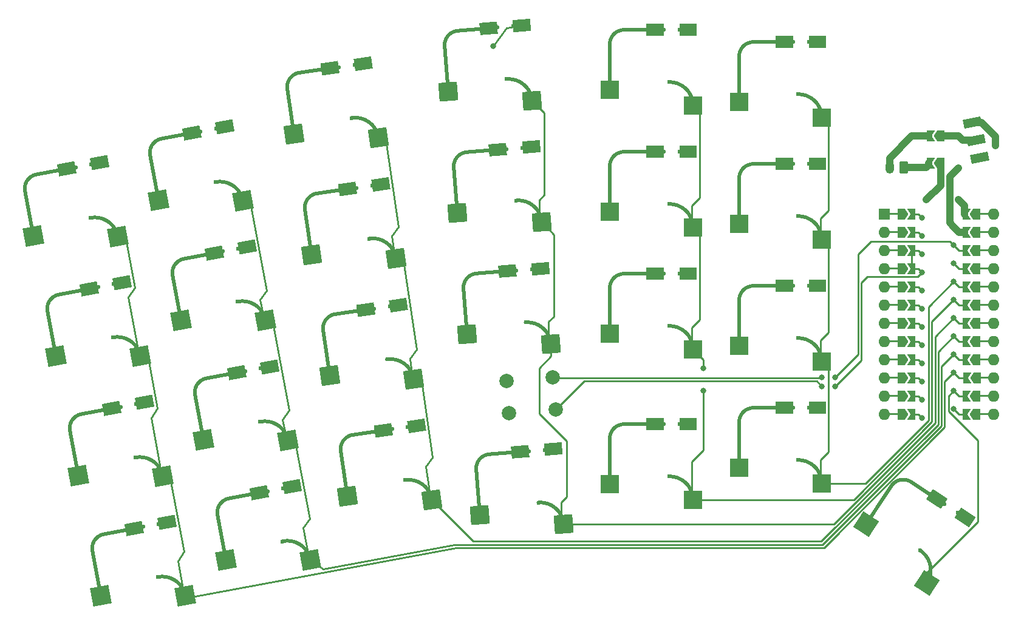
<source format=gbr>
%TF.GenerationSoftware,KiCad,Pcbnew,(6.0.5)*%
%TF.CreationDate,2023-05-21T00:40:20-05:00*%
%TF.ProjectId,pcb,7063622e-6b69-4636-9164-5f7063625858,rev?*%
%TF.SameCoordinates,Original*%
%TF.FileFunction,Copper,L2,Bot*%
%TF.FilePolarity,Positive*%
%FSLAX46Y46*%
G04 Gerber Fmt 4.6, Leading zero omitted, Abs format (unit mm)*
G04 Created by KiCad (PCBNEW (6.0.5)) date 2023-05-21 00:40:20*
%MOMM*%
%LPD*%
G01*
G04 APERTURE LIST*
G04 Aperture macros list*
%AMRoundRect*
0 Rectangle with rounded corners*
0 $1 Rounding radius*
0 $2 $3 $4 $5 $6 $7 $8 $9 X,Y pos of 4 corners*
0 Add a 4 corners polygon primitive as box body*
4,1,4,$2,$3,$4,$5,$6,$7,$8,$9,$2,$3,0*
0 Add four circle primitives for the rounded corners*
1,1,$1+$1,$2,$3*
1,1,$1+$1,$4,$5*
1,1,$1+$1,$6,$7*
1,1,$1+$1,$8,$9*
0 Add four rect primitives between the rounded corners*
20,1,$1+$1,$2,$3,$4,$5,0*
20,1,$1+$1,$4,$5,$6,$7,0*
20,1,$1+$1,$6,$7,$8,$9,0*
20,1,$1+$1,$8,$9,$2,$3,0*%
%AMRotRect*
0 Rectangle, with rotation*
0 The origin of the aperture is its center*
0 $1 length*
0 $2 width*
0 $3 Rotation angle, in degrees counterclockwise*
0 Add horizontal line*
21,1,$1,$2,0,0,$3*%
%AMFreePoly0*
4,1,41,7.525000,7.514000,5.069000,7.514000,5.069000,8.108000,1.999998,8.108000,1.983525,8.111277,1.751167,8.094658,1.507402,8.041630,1.273664,7.954450,1.054713,7.834894,0.855004,7.685394,0.678605,7.508994,0.529105,7.309286,0.409549,7.090334,0.322369,6.856597,0.269342,6.612831,0.252723,6.380474,0.256000,6.364000,0.256000,1.300000,1.300000,1.300000,1.300000,-1.300000,
-1.300000,-1.300000,-1.300000,1.300000,-0.256000,1.300000,-0.256000,6.364000,-0.239551,6.635931,-0.190445,6.903896,-0.109397,7.163988,0.002411,7.412415,0.143348,7.645554,0.311359,7.860004,0.503994,8.052640,0.718445,8.220651,0.951583,8.361588,1.200010,8.473396,1.460102,8.554444,1.728067,8.603551,1.999998,8.620000,5.069000,8.620000,5.069000,9.214000,7.525000,9.214000,
7.525000,7.514000,7.525000,7.514000,$1*%
%AMFreePoly1*
4,1,39,-2.928902,3.513997,-2.586136,3.463153,-2.250005,3.378957,-1.923745,3.262219,-1.610499,3.114065,-1.313282,2.935920,-1.034958,2.729501,-0.778206,2.496795,-0.545501,2.240044,-0.339081,1.961720,-0.160936,1.664503,-0.012782,1.351257,0.005558,1.300000,1.300000,1.300000,1.300000,-1.300000,-1.300000,-1.300000,-1.300000,1.300000,-0.549080,1.300000,-0.656882,1.511573,-0.829226,1.776960,
-1.028367,2.022879,-1.252123,2.246634,-1.498041,2.445775,-1.763429,2.618119,-2.045377,2.761779,-2.340798,2.875180,-2.646453,2.957080,-2.958996,3.006582,-3.258515,3.022279,-3.275000,3.019000,-3.372967,3.038487,-3.456019,3.093981,-3.511513,3.177033,-3.531000,3.275000,-3.511513,3.372967,-3.456019,3.456019,-3.372967,3.511513,-3.275000,3.531000,-2.928902,3.513997,-2.928902,3.513997,
$1*%
%AMFreePoly2*
4,1,15,1.000000,0.000000,0.500000,-0.750000,-0.500000,-0.750000,-0.500000,-0.127000,-2.540000,-0.127000,-2.576070,-0.121770,-2.636138,-0.082984,-2.665733,-0.017894,-2.655473,0.052868,-2.608611,0.106872,-2.540000,0.127000,-0.500000,0.127000,-0.500000,0.750000,0.500000,0.750000,1.000000,0.000000,1.000000,0.000000,$1*%
%AMFreePoly3*
4,1,6,0.500000,-0.750000,-0.650000,-0.750000,-0.150000,0.000000,-0.650000,0.750000,0.500000,0.750000,0.500000,-0.750000,0.500000,-0.750000,$1*%
%AMFreePoly4*
4,1,6,1.000000,0.000000,0.500000,-0.750000,-0.500000,-0.750000,-0.500000,0.750000,0.500000,0.750000,1.000000,0.000000,1.000000,0.000000,$1*%
G04 Aperture macros list end*
%TA.AperFunction,SMDPad,CuDef*%
%ADD10FreePoly0,0.000000*%
%TD*%
%TA.AperFunction,ComponentPad*%
%ADD11C,0.600000*%
%TD*%
%TA.AperFunction,SMDPad,CuDef*%
%ADD12FreePoly1,0.000000*%
%TD*%
%TA.AperFunction,SMDPad,CuDef*%
%ADD13R,2.456000X1.700000*%
%TD*%
%TA.AperFunction,SMDPad,CuDef*%
%ADD14FreePoly0,326.600000*%
%TD*%
%TA.AperFunction,SMDPad,CuDef*%
%ADD15FreePoly1,326.600000*%
%TD*%
%TA.AperFunction,SMDPad,CuDef*%
%ADD16RotRect,2.456000X1.700000X146.600000*%
%TD*%
%TA.AperFunction,ComponentPad*%
%ADD17O,1.600000X1.600000*%
%TD*%
%TA.AperFunction,SMDPad,CuDef*%
%ADD18FreePoly2,180.000000*%
%TD*%
%TA.AperFunction,SMDPad,CuDef*%
%ADD19FreePoly2,0.000000*%
%TD*%
%TA.AperFunction,ComponentPad*%
%ADD20R,1.600000X1.600000*%
%TD*%
%TA.AperFunction,SMDPad,CuDef*%
%ADD21FreePoly3,0.000000*%
%TD*%
%TA.AperFunction,SMDPad,CuDef*%
%ADD22FreePoly3,180.000000*%
%TD*%
%TA.AperFunction,SMDPad,CuDef*%
%ADD23RotRect,1.250000X2.500000X101.200000*%
%TD*%
%TA.AperFunction,SMDPad,CuDef*%
%ADD24FreePoly0,10.600000*%
%TD*%
%TA.AperFunction,SMDPad,CuDef*%
%ADD25FreePoly1,10.600000*%
%TD*%
%TA.AperFunction,SMDPad,CuDef*%
%ADD26RotRect,2.456000X1.700000X190.600000*%
%TD*%
%TA.AperFunction,SMDPad,CuDef*%
%ADD27FreePoly0,4.470000*%
%TD*%
%TA.AperFunction,SMDPad,CuDef*%
%ADD28FreePoly1,4.470000*%
%TD*%
%TA.AperFunction,SMDPad,CuDef*%
%ADD29RotRect,2.456000X1.700000X184.470000*%
%TD*%
%TA.AperFunction,SMDPad,CuDef*%
%ADD30FreePoly0,8.360000*%
%TD*%
%TA.AperFunction,SMDPad,CuDef*%
%ADD31FreePoly1,8.360000*%
%TD*%
%TA.AperFunction,SMDPad,CuDef*%
%ADD32RotRect,2.456000X1.700000X188.360000*%
%TD*%
%TA.AperFunction,ComponentPad*%
%ADD33RoundRect,0.250000X0.350000X0.625000X-0.350000X0.625000X-0.350000X-0.625000X0.350000X-0.625000X0*%
%TD*%
%TA.AperFunction,ComponentPad*%
%ADD34O,1.200000X1.750000*%
%TD*%
%TA.AperFunction,SMDPad,CuDef*%
%ADD35FreePoly4,180.000000*%
%TD*%
%TA.AperFunction,ComponentPad*%
%ADD36C,2.000000*%
%TD*%
%TA.AperFunction,ViaPad*%
%ADD37C,0.800000*%
%TD*%
%TA.AperFunction,Conductor*%
%ADD38C,1.000000*%
%TD*%
%TA.AperFunction,Conductor*%
%ADD39C,0.250000*%
%TD*%
G04 APERTURE END LIST*
D10*
%TO.P,K40,*%
%TO.N,*%
X142545053Y-113350642D03*
D11*
X150070053Y-104986642D03*
D12*
%TO.P,K40,1,A*%
%TO.N,Col4*%
X154095053Y-115550642D03*
D11*
X150820053Y-112275642D03*
%TO.P,K40,2,B*%
%TO.N,Row0*%
X152270053Y-104986642D03*
D13*
X153498053Y-104986642D03*
%TD*%
D10*
%TO.P,K50,*%
%TO.N,*%
X160545061Y-111061091D03*
D11*
X168070061Y-102697091D03*
%TO.P,K50,1,A*%
%TO.N,Col5*%
X168820061Y-109986091D03*
D12*
X172095061Y-113261091D03*
D13*
%TO.P,K50,2,B*%
%TO.N,Row0*%
X171498061Y-102697091D03*
D11*
X170270061Y-102697091D03*
%TD*%
D14*
%TO.P,K60,*%
%TO.N,*%
X178299813Y-118954277D03*
D11*
X189186264Y-116113977D03*
D15*
%TO.P,K60,1,A*%
%TO.N,Col6*%
X186731248Y-127148995D03*
D11*
X185799946Y-122612044D03*
D16*
%TO.P,K60,2,B*%
%TO.N,Row0*%
X192048123Y-118001025D03*
D11*
X191022930Y-117325035D03*
%TD*%
D17*
%TO.P,U1,*%
%TO.N,*%
X180823676Y-96005284D03*
X196063676Y-101085284D03*
D18*
X193703676Y-88385284D03*
X193703676Y-103625284D03*
X193703676Y-101085284D03*
X193703676Y-83305284D03*
D17*
X180823676Y-93465284D03*
D18*
X193703676Y-93465284D03*
D19*
X183183676Y-101085284D03*
X183183676Y-80765284D03*
D17*
X196063676Y-83305284D03*
D19*
X183183676Y-98545284D03*
X183183676Y-83305284D03*
X183183676Y-90925284D03*
D17*
X196063676Y-98545284D03*
D18*
X193703676Y-75685284D03*
D17*
X180823676Y-101085284D03*
X180823676Y-85845284D03*
D18*
X193703676Y-96005284D03*
D17*
X180823676Y-78225284D03*
X196063676Y-90925284D03*
X180823676Y-103625284D03*
D18*
X193778676Y-98545284D03*
X193693351Y-85832943D03*
D17*
X196063676Y-78225284D03*
D20*
X180823676Y-75685284D03*
D17*
X196063676Y-103625284D03*
X196063676Y-80765284D03*
D18*
X193703676Y-80765284D03*
D19*
X183183676Y-85845284D03*
D17*
X180823676Y-80765284D03*
X196063676Y-96005284D03*
D19*
X183183676Y-78225284D03*
X183183676Y-93465284D03*
D18*
X193703676Y-90925284D03*
D17*
X180823676Y-98545284D03*
D19*
X183183676Y-75685284D03*
D17*
X196063676Y-85845284D03*
X196063676Y-93465284D03*
X180823676Y-83305284D03*
X180823676Y-88385284D03*
X180823676Y-90925284D03*
D19*
X183183676Y-96005284D03*
D18*
X193703676Y-78225284D03*
D17*
X196063676Y-88385284D03*
X196063676Y-75685284D03*
D19*
X183183676Y-88385284D03*
X183183676Y-103625284D03*
D21*
%TO.P,U1,1,TX0/P0.06*%
%TO.N,unconnected-(U1-Pad1)*%
X184633676Y-75685284D03*
%TO.P,U1,2,RX1/P0.08*%
%TO.N,unconnected-(U1-Pad2)*%
X184633676Y-78225284D03*
%TO.P,U1,3,GND*%
%TO.N,GND*%
X184633676Y-80765284D03*
%TO.P,U1,4,GND*%
X184633676Y-83305284D03*
%TO.P,U1,5,P0.17*%
%TO.N,unconnected-(U1-Pad5)*%
X184633676Y-85845284D03*
%TO.P,U1,6,P0.20*%
%TO.N,unconnected-(U1-Pad6)*%
X184633676Y-88385284D03*
%TO.P,U1,7,P0.22*%
%TO.N,unconnected-(U1-Pad7)*%
X184633676Y-90925284D03*
%TO.P,U1,8,P0.24*%
%TO.N,unconnected-(U1-Pad8)*%
X184633676Y-93465284D03*
%TO.P,U1,9,P1.00*%
%TO.N,Row3*%
X184633676Y-96005284D03*
%TO.P,U1,10,P0.11*%
%TO.N,Row2*%
X184633676Y-98545284D03*
%TO.P,U1,11,P1.04*%
%TO.N,Row1*%
X184633676Y-101085284D03*
%TO.P,U1,12,P1.06*%
%TO.N,Row0*%
X184633676Y-103625284D03*
D22*
%TO.P,U1,13,NFC1/P0.09*%
%TO.N,unconnected-(U1-Pad13)*%
X192253676Y-103625284D03*
%TO.P,U1,14,NFC2/P0.10*%
%TO.N,Col6*%
X192253676Y-101085284D03*
%TO.P,U1,15,P1.11*%
%TO.N,Col0*%
X192328676Y-98545284D03*
%TO.P,U1,16,P1.13*%
%TO.N,Col1*%
X192253676Y-96005284D03*
%TO.P,U1,17,P1.15*%
%TO.N,Col2*%
X192253676Y-93465284D03*
%TO.P,U1,18,AIN0/P0.02*%
%TO.N,Col3*%
X192253676Y-90925284D03*
%TO.P,U1,19,AIN5/P0.29*%
%TO.N,Col4*%
X192253676Y-88385284D03*
%TO.P,U1,20,AIN7/P0.31*%
%TO.N,Col5*%
X192243351Y-85832943D03*
%TO.P,U1,21,VCC*%
%TO.N,unconnected-(U1-Pad21)*%
X192253676Y-83305284D03*
%TO.P,U1,22,RST*%
%TO.N,Net-(U1-Pad22)*%
X192253676Y-80765284D03*
%TO.P,U1,23,GND*%
%TO.N,GND*%
X192253676Y-78225284D03*
%TO.P,U1,24,BATIN/P0.04*%
%TO.N,Net-(U1-Pad24)*%
X192253676Y-75685284D03*
%TD*%
D23*
%TO.P,SW2,1,A*%
%TO.N,GND*%
X193104419Y-62912810D03*
%TO.P,SW2,2,B*%
%TO.N,Net-(SW2-Pad2)*%
X193590005Y-65365197D03*
%TO.P,SW2,3,C*%
%TO.N,unconnected-(SW2-Pad3)*%
X194075591Y-67817585D03*
%TD*%
D11*
%TO.P,K03,*%
%TO.N,*%
X68088459Y-69133950D03*
D24*
X62230440Y-78739455D03*
D11*
%TO.P,K03,1,A*%
%TO.N,Col0*%
X70166482Y-76160602D03*
D25*
X73988036Y-78777275D03*
D26*
%TO.P,K03,2,B*%
%TO.N,Row3*%
X71457961Y-68503365D03*
D11*
X70250917Y-68729257D03*
%TD*%
%TO.P,K31,*%
%TO.N,*%
X129502458Y-83561723D03*
D27*
X122652212Y-92486759D03*
D28*
%TO.P,K31,1,A*%
%TO.N,Col3*%
X134338542Y-93779894D03*
D11*
X130818260Y-90770099D03*
D29*
%TO.P,K31,2,B*%
%TO.N,Row1*%
X132920030Y-83294555D03*
D11*
X131695766Y-83390262D03*
%TD*%
%TO.P,K02,*%
%TO.N,*%
X71219310Y-85863508D03*
D24*
X65361291Y-95469013D03*
D25*
%TO.P,K02,1,A*%
%TO.N,Col0*%
X77118887Y-95506833D03*
D11*
X73297333Y-92890160D03*
D26*
%TO.P,K02,2,B*%
%TO.N,Row2*%
X74588812Y-85232923D03*
D11*
X73381768Y-85458815D03*
%TD*%
%TO.P,K43,*%
%TO.N,*%
X150070052Y-49926641D03*
D10*
X142545052Y-58290641D03*
D11*
%TO.P,K43,1,A*%
%TO.N,Col4*%
X150820052Y-57215641D03*
D12*
X154095052Y-60490641D03*
D13*
%TO.P,K43,2,B*%
%TO.N,Row3*%
X153498052Y-49926641D03*
D11*
X152270052Y-49926641D03*
%TD*%
%TO.P,K21,*%
%TO.N,*%
X109709804Y-88856641D03*
D30*
X103480826Y-98225843D03*
D31*
%TO.P,K21,1,A*%
%TO.N,Col2*%
X115227960Y-98723185D03*
D11*
X111511600Y-95959145D03*
D32*
%TO.P,K21,2,B*%
%TO.N,Row1*%
X113101378Y-88358236D03*
D11*
X111886427Y-88536778D03*
%TD*%
D10*
%TO.P,K53,*%
%TO.N,*%
X160545060Y-60001090D03*
D11*
X168070060Y-51637090D03*
D12*
%TO.P,K53,1,A*%
%TO.N,Col5*%
X172095060Y-62201090D03*
D11*
X168820060Y-58926090D03*
D13*
%TO.P,K53,2,B*%
%TO.N,Row3*%
X171498060Y-51637090D03*
D11*
X170270060Y-51637090D03*
%TD*%
%TO.P,K22,*%
%TO.N,*%
X107235225Y-72017495D03*
D30*
X101006247Y-81386697D03*
D11*
%TO.P,K22,1,A*%
%TO.N,Col2*%
X109037021Y-79119999D03*
D31*
X112753381Y-81884039D03*
D32*
%TO.P,K22,2,B*%
%TO.N,Row2*%
X110626799Y-71519090D03*
D11*
X109411848Y-71697632D03*
%TD*%
D24*
%TO.P,K01,*%
%TO.N,*%
X68492143Y-112198573D03*
D11*
X74350162Y-102593068D03*
%TO.P,K01,1,A*%
%TO.N,Col0*%
X76428185Y-109619720D03*
D25*
X80249739Y-112236393D03*
D11*
%TO.P,K01,2,B*%
%TO.N,Row1*%
X76512620Y-102188375D03*
D26*
X77719664Y-101962483D03*
%TD*%
D10*
%TO.P,K42,*%
%TO.N,*%
X142545052Y-75310642D03*
D11*
X150070052Y-66946642D03*
D12*
%TO.P,K42,1,A*%
%TO.N,Col4*%
X154095052Y-77510642D03*
D11*
X150820052Y-74235642D03*
%TO.P,K42,2,B*%
%TO.N,Row2*%
X152270052Y-66946642D03*
D13*
X153498052Y-66946642D03*
%TD*%
D24*
%TO.P,K12,*%
%TO.N,*%
X82741411Y-90486899D03*
D11*
X88599430Y-80881394D03*
D25*
%TO.P,K12,1,A*%
%TO.N,Col1*%
X94499007Y-90524719D03*
D11*
X90677453Y-87908046D03*
%TO.P,K12,2,B*%
%TO.N,Row2*%
X90761888Y-80476701D03*
D26*
X91968932Y-80250809D03*
%TD*%
D33*
%TO.P,J1,1,Pin_1*%
%TO.N,Net-(J1-Pad1)*%
X183547633Y-69186054D03*
D34*
%TO.P,J1,2,Pin_2*%
%TO.N,Net-(J1-Pad2)*%
X181547633Y-69186054D03*
%TD*%
D11*
%TO.P,K41,*%
%TO.N,*%
X150070053Y-83966642D03*
D10*
X142545053Y-92330642D03*
D12*
%TO.P,K41,1,A*%
%TO.N,Col4*%
X154095053Y-94530642D03*
D11*
X150820053Y-91255642D03*
D13*
%TO.P,K41,2,B*%
%TO.N,Row1*%
X153498053Y-83966642D03*
D11*
X152270053Y-83966642D03*
%TD*%
D24*
%TO.P,K11,*%
%TO.N,*%
X85872263Y-107216460D03*
D11*
X91730282Y-97610955D03*
D25*
%TO.P,K11,1,A*%
%TO.N,Col1*%
X97629859Y-107254280D03*
D11*
X93808305Y-104637607D03*
%TO.P,K11,2,B*%
%TO.N,Row1*%
X93892740Y-97206262D03*
D26*
X95099784Y-96980370D03*
%TD*%
D11*
%TO.P,K51,*%
%TO.N,*%
X168070061Y-85677091D03*
D10*
X160545061Y-94041091D03*
D11*
%TO.P,K51,1,A*%
%TO.N,Col5*%
X168820061Y-92966091D03*
D12*
X172095061Y-96241091D03*
D13*
%TO.P,K51,2,B*%
%TO.N,Row1*%
X171498061Y-85677091D03*
D11*
X170270061Y-85677091D03*
%TD*%
D27*
%TO.P,K33,*%
%TO.N,*%
X119999232Y-58550300D03*
D11*
X126849478Y-49625264D03*
%TO.P,K33,1,A*%
%TO.N,Col3*%
X128165280Y-56833640D03*
D28*
X131685562Y-59843435D03*
D29*
%TO.P,K33,2,B*%
%TO.N,Row3*%
X130267050Y-49358096D03*
D11*
X129042786Y-49453803D03*
%TD*%
%TO.P,K00,*%
%TO.N,*%
X77481013Y-119322627D03*
D24*
X71622994Y-128928132D03*
D11*
%TO.P,K00,1,A*%
%TO.N,Col0*%
X79559036Y-126349279D03*
D25*
X83380590Y-128965952D03*
D26*
%TO.P,K00,2,B*%
%TO.N,Row0*%
X80850515Y-118692042D03*
D11*
X79643471Y-118917934D03*
%TD*%
D30*
%TO.P,K20,*%
%TO.N,*%
X105955404Y-115064991D03*
D11*
X112184382Y-105695789D03*
D31*
%TO.P,K20,1,A*%
%TO.N,Col2*%
X117702538Y-115562333D03*
D11*
X113986178Y-112798293D03*
D32*
%TO.P,K20,2,B*%
%TO.N,Row0*%
X115575956Y-105197384D03*
D11*
X114361005Y-105375926D03*
%TD*%
%TO.P,K32,*%
%TO.N,*%
X128175968Y-66593493D03*
D27*
X121325722Y-75518529D03*
D11*
%TO.P,K32,1,A*%
%TO.N,Col3*%
X129491770Y-73801869D03*
D28*
X133012052Y-76811664D03*
D29*
%TO.P,K32,2,B*%
%TO.N,Row2*%
X131593540Y-66326325D03*
D11*
X130369276Y-66422032D03*
%TD*%
%TO.P,K13,*%
%TO.N,*%
X85468577Y-64151834D03*
D24*
X79610558Y-73757339D03*
D11*
%TO.P,K13,1,A*%
%TO.N,Col1*%
X87546600Y-71178486D03*
D25*
X91368154Y-73795159D03*
D26*
%TO.P,K13,2,B*%
%TO.N,Row3*%
X88838079Y-63521249D03*
D11*
X87631035Y-63747141D03*
%TD*%
%TO.P,K23,*%
%TO.N,*%
X104760648Y-55178349D03*
D30*
X98531670Y-64547551D03*
D11*
%TO.P,K23,1,A*%
%TO.N,Col2*%
X106562444Y-62280853D03*
D31*
X110278804Y-65044893D03*
D32*
%TO.P,K23,2,B*%
%TO.N,Row3*%
X108152222Y-54679944D03*
D11*
X106937271Y-54858486D03*
%TD*%
D27*
%TO.P,K30,*%
%TO.N,*%
X124428679Y-117679980D03*
D11*
X131278925Y-108754944D03*
%TO.P,K30,1,A*%
%TO.N,Col3*%
X132594727Y-115963320D03*
D28*
X136115009Y-118973115D03*
D29*
%TO.P,K30,2,B*%
%TO.N,Row0*%
X134696497Y-108487776D03*
D11*
X133472233Y-108583483D03*
%TD*%
%TO.P,K10,*%
%TO.N,*%
X94861133Y-114340512D03*
D24*
X89003114Y-123946017D03*
D11*
%TO.P,K10,1,A*%
%TO.N,Col1*%
X96939156Y-121367164D03*
D25*
X100760710Y-123983837D03*
D11*
%TO.P,K10,2,B*%
%TO.N,Row0*%
X97023591Y-113935819D03*
D26*
X98230635Y-113709927D03*
%TD*%
D11*
%TO.P,K52,*%
%TO.N,*%
X168070061Y-68657090D03*
D10*
X160545061Y-77021090D03*
D12*
%TO.P,K52,1,A*%
%TO.N,Col5*%
X172095061Y-79221090D03*
D11*
X168820061Y-75946090D03*
D13*
%TO.P,K52,2,B*%
%TO.N,Row2*%
X171498061Y-68657090D03*
D11*
X170270061Y-68657090D03*
%TD*%
D35*
%TO.P,JP3,1,A*%
%TO.N,Net-(SW2-Pad2)*%
X188685000Y-64770000D03*
D22*
%TO.P,JP3,2,B*%
%TO.N,Net-(J1-Pad2)*%
X187235000Y-64770000D03*
%TD*%
D35*
%TO.P,JP2,1,A*%
%TO.N,Net-(U1-Pad24)*%
X188685000Y-68580000D03*
D22*
%TO.P,JP2,2,B*%
%TO.N,Net-(J1-Pad1)*%
X187235000Y-68580000D03*
%TD*%
D36*
%TO.P,SW1,1,1*%
%TO.N,Net-(U1-Pad22)*%
X134620000Y-98425000D03*
X128139771Y-98931591D03*
%TO.P,SW1,2,2*%
%TO.N,GND*%
X128490488Y-103417903D03*
X134970717Y-102911312D03*
%TD*%
D37*
%TO.N,GND*%
X186055000Y-81280000D03*
X173990000Y-99695000D03*
X190500000Y-77470000D03*
X172085000Y-99695000D03*
X191135000Y-69215000D03*
X196287633Y-66101053D03*
X186055000Y-83820000D03*
%TO.N,Col0*%
X190500000Y-97790000D03*
%TO.N,Row0*%
X186055000Y-104140000D03*
%TO.N,Row1*%
X186055000Y-101600000D03*
%TO.N,Row2*%
X186055000Y-99060000D03*
%TO.N,Row3*%
X126258680Y-52213081D03*
X186055000Y-96520000D03*
%TO.N,Col1*%
X190500000Y-95250000D03*
%TO.N,Col2*%
X190500000Y-92710000D03*
%TO.N,Col3*%
X190500000Y-90170000D03*
%TO.N,Col4*%
X190500000Y-87630000D03*
X155575000Y-100330000D03*
X155575000Y-97155000D03*
%TO.N,Col5*%
X190500000Y-85090000D03*
%TO.N,Col6*%
X190500000Y-100330000D03*
%TO.N,unconnected-(U1-Pad1)*%
X186055000Y-76200000D03*
%TO.N,unconnected-(U1-Pad2)*%
X186055000Y-78740000D03*
%TO.N,unconnected-(U1-Pad5)*%
X186055000Y-86360000D03*
%TO.N,unconnected-(U1-Pad6)*%
X186055000Y-88900000D03*
%TO.N,unconnected-(U1-Pad7)*%
X186055000Y-91440000D03*
%TO.N,unconnected-(U1-Pad8)*%
X186055000Y-93980000D03*
%TO.N,unconnected-(U1-Pad13)*%
X190500000Y-102870000D03*
%TO.N,unconnected-(U1-Pad21)*%
X190500000Y-82550000D03*
%TO.N,Net-(U1-Pad24)*%
X191135000Y-73660000D03*
X186690000Y-73660000D03*
%TO.N,Net-(U1-Pad22)*%
X173990000Y-98425000D03*
X172085000Y-98425000D03*
X190500000Y-80010000D03*
%TO.N,Net-(SW2-Pad2)*%
X191741776Y-65365198D03*
%TD*%
D38*
%TO.N,GND*%
X189935480Y-76905480D02*
X190500000Y-77470000D01*
D39*
X142875000Y-98979124D02*
X171369124Y-98979124D01*
X184633676Y-83305284D02*
X185540284Y-83305284D01*
D38*
X191255284Y-78225284D02*
X192004156Y-78225284D01*
D39*
X184633676Y-80765284D02*
X184633676Y-83305284D01*
D38*
X194378687Y-62912810D02*
X196287632Y-64821755D01*
D39*
X177614520Y-85275480D02*
X178460205Y-84429795D01*
X134933106Y-103015916D02*
X138969898Y-98979124D01*
X185445205Y-84429795D02*
X186055000Y-83820000D01*
D38*
X191135000Y-69215000D02*
X189935480Y-70414520D01*
X196287633Y-66101053D02*
X196287632Y-64821755D01*
X193104419Y-62912811D02*
X194378687Y-62912810D01*
D39*
X138969898Y-98979124D02*
X142875000Y-98979124D01*
X171369124Y-98979124D02*
X172085000Y-99695000D01*
X178460205Y-84429795D02*
X185445205Y-84429795D01*
D38*
X189935480Y-70414520D02*
X189935480Y-76905480D01*
D39*
X173990000Y-99695000D02*
X177614520Y-96070480D01*
X185540284Y-83305284D02*
X186055000Y-83820000D01*
D38*
X190500000Y-77470000D02*
X191255284Y-78225284D01*
D39*
X185540284Y-80765284D02*
X186055000Y-81280000D01*
X177614520Y-96070480D02*
X177614520Y-85275480D01*
X184633676Y-80765284D02*
X185540284Y-80765284D01*
%TO.N,Col0*%
X80249739Y-112236393D02*
X80075265Y-112116928D01*
X121120842Y-122245094D02*
X172394905Y-122245095D01*
X75103008Y-79540712D02*
X73988036Y-78777274D01*
X83197366Y-122792539D02*
X82314464Y-124081986D01*
X189230000Y-105410000D02*
X189230000Y-99060000D01*
X82314464Y-124081986D02*
X83206116Y-128846487D01*
X79459476Y-102819291D02*
X78233860Y-96270271D01*
X83206116Y-128846487D02*
X83380590Y-128965952D01*
X172394905Y-122245095D02*
X189230000Y-105410000D01*
X75422727Y-87256312D02*
X76305630Y-85966865D01*
X83772899Y-129234572D02*
X121120842Y-122245094D01*
X83380590Y-128965952D02*
X83772899Y-129234572D01*
X76944413Y-95387368D02*
X75422727Y-87256312D01*
X76305630Y-85966865D02*
X75103008Y-79540712D01*
X191255284Y-98545284D02*
X190500000Y-97790000D01*
X81364711Y-112999830D02*
X83197366Y-122792539D01*
X192328676Y-98545284D02*
X191255284Y-98545284D01*
X77118887Y-95506833D02*
X76944413Y-95387368D01*
X80075265Y-112116928D02*
X78576573Y-104108738D01*
X78233860Y-96270271D02*
X77118887Y-95506833D01*
X78576573Y-104108738D02*
X79459476Y-102819291D01*
X189230000Y-99060000D02*
X190500000Y-97790000D01*
X80249739Y-112236393D02*
X81364711Y-112999830D01*
%TO.N,Row0*%
X184633676Y-103625284D02*
X185540284Y-103625284D01*
X185540284Y-103625284D02*
X186055000Y-104140000D01*
%TO.N,Row1*%
X185540284Y-101085284D02*
X186055000Y-101600000D01*
X184633676Y-101085284D02*
X185540284Y-101085284D01*
%TO.N,Row2*%
X185540284Y-98545284D02*
X186055000Y-99060000D01*
X184633676Y-98545284D02*
X185540284Y-98545284D01*
%TO.N,Row3*%
X126258680Y-52213081D02*
X128150769Y-49669092D01*
X185540284Y-96005284D02*
X186055000Y-96520000D01*
X128150769Y-49669092D02*
X130267049Y-49358097D01*
X184633676Y-96005284D02*
X185540284Y-96005284D01*
%TO.N,Col1*%
X97629859Y-107254279D02*
X98796253Y-108052926D01*
X97455385Y-107134814D02*
X97629859Y-107254279D01*
X188780480Y-96969520D02*
X190500000Y-95250000D01*
X188780480Y-105223802D02*
X188780480Y-96969520D01*
X94499007Y-90524719D02*
X95613980Y-91288157D01*
X94324533Y-90405254D02*
X94499007Y-90524719D01*
X98796253Y-108052926D02*
X100686561Y-118153696D01*
X100760710Y-123983837D02*
X102570397Y-125222956D01*
X93804515Y-87626562D02*
X94324533Y-90405254D01*
X100586236Y-123864372D02*
X100760710Y-123983837D01*
X94687418Y-86337115D02*
X93804515Y-87626562D01*
X120884452Y-121795573D02*
X172208707Y-121795575D01*
X191255284Y-96005284D02*
X190500000Y-95250000D01*
X192253676Y-96005284D02*
X191255284Y-96005284D01*
X100686561Y-118153696D02*
X99768449Y-119494566D01*
X95613980Y-91288157D02*
X97818270Y-103066676D01*
X96935367Y-104356123D02*
X97455385Y-107134814D01*
X172208707Y-121795575D02*
X188780480Y-105223802D01*
X91368154Y-73795159D02*
X92483128Y-74558598D01*
X92483128Y-74558598D02*
X94687418Y-86337115D01*
X97818270Y-103066676D02*
X96935367Y-104356123D01*
X99768449Y-119494566D02*
X100586236Y-123864372D01*
X102570397Y-125222956D02*
X120884452Y-121795573D01*
%TO.N,Col2*%
X112753382Y-81884039D02*
X113837662Y-82690473D01*
X110278804Y-65044892D02*
X111400306Y-65879009D01*
X111400306Y-65879009D02*
X113098051Y-77431920D01*
X113098051Y-77431920D02*
X112137742Y-78723094D01*
X172022511Y-121346053D02*
X188330960Y-105037604D01*
X117837884Y-109608299D02*
X116868064Y-110912260D01*
X112137742Y-78723094D02*
X112583710Y-81757846D01*
X123486257Y-121346053D02*
X172022511Y-121346053D01*
X115058288Y-98596993D02*
X115227958Y-98723186D01*
X115227958Y-98723186D02*
X116362248Y-99566811D01*
X117702537Y-115562333D02*
X123486257Y-121346053D01*
X188330960Y-94879040D02*
X190500000Y-92710000D01*
X192253676Y-93465284D02*
X191255284Y-93465284D01*
X112583710Y-81757846D02*
X112753382Y-81884039D01*
X116868064Y-110912260D02*
X117532865Y-115436141D01*
X188330960Y-105037604D02*
X188330960Y-94879040D01*
X117532865Y-115436141D02*
X117702537Y-115562333D01*
X113837662Y-82690473D02*
X115579900Y-94546145D01*
X116362248Y-99566811D02*
X117837884Y-109608299D01*
X191255284Y-93465284D02*
X190500000Y-92710000D01*
X115579900Y-94546145D02*
X114647273Y-95800099D01*
X114647273Y-95800099D02*
X115058288Y-98596993D01*
%TO.N,Col3*%
X192253676Y-90925284D02*
X191255284Y-90925284D01*
X132715000Y-103505000D02*
X136525000Y-107315000D01*
X136525000Y-115132692D02*
X135788780Y-115868912D01*
X134338542Y-95531458D02*
X132715000Y-97155000D01*
X135788780Y-118646886D02*
X136115009Y-118973115D01*
X134736847Y-78536458D02*
X133012051Y-76811665D01*
X134338542Y-93779894D02*
X134338542Y-95531458D01*
X187881440Y-92788560D02*
X190500000Y-90170000D01*
X133422633Y-61580504D02*
X131685562Y-59843435D01*
X187881440Y-104851406D02*
X187881440Y-92788560D01*
X132685822Y-73707462D02*
X133422632Y-72970650D01*
X134012312Y-90675690D02*
X134736846Y-89951157D01*
X135788780Y-115868912D02*
X135788780Y-118646886D01*
X133422632Y-72970650D02*
X133422633Y-61580504D01*
X134338540Y-93779893D02*
X134012312Y-93453664D01*
X134012312Y-93453664D02*
X134012312Y-90675690D01*
X173759733Y-118973113D02*
X187881440Y-104851406D01*
X134736846Y-89951157D02*
X134736847Y-78536458D01*
X136115009Y-118973115D02*
X173759733Y-118973113D01*
X132715000Y-97155000D02*
X132715000Y-103505000D01*
X133012051Y-76811665D02*
X132685821Y-76485434D01*
X191255284Y-90925284D02*
X190500000Y-90170000D01*
X136525000Y-107315000D02*
X136525000Y-115132692D01*
X132685821Y-76485434D02*
X132685822Y-73707462D01*
%TO.N,Col4*%
X155575000Y-100330000D02*
X155575000Y-108612687D01*
X154095054Y-77510643D02*
X153945532Y-77361121D01*
X155575000Y-96010589D02*
X155575000Y-97155000D01*
X154095053Y-94530642D02*
X155575000Y-96010589D01*
X153945532Y-91554190D02*
X155050564Y-90449156D01*
X154095053Y-94530642D02*
X153945531Y-94381120D01*
X153945532Y-110242155D02*
X153945532Y-115401121D01*
X154095053Y-115550642D02*
X153945532Y-115401121D01*
X155050565Y-61446153D02*
X154095054Y-60490641D01*
X155575000Y-108612687D02*
X153945532Y-110242155D01*
X155050564Y-73429156D02*
X155050565Y-61446153D01*
X190500000Y-87630000D02*
X187431920Y-90698080D01*
X191255284Y-88385284D02*
X190500000Y-87630000D01*
X176546486Y-115550642D02*
X154095054Y-115550642D01*
X153945531Y-94381120D02*
X153945532Y-91554190D01*
X187431920Y-104665208D02*
X176546486Y-115550642D01*
X155050565Y-78466154D02*
X154095054Y-77510643D01*
X187431920Y-90698080D02*
X187431920Y-104665208D01*
X155050564Y-90449156D02*
X155050565Y-78466154D01*
X153945532Y-77361121D02*
X153945531Y-74534188D01*
X153945531Y-74534188D02*
X155050564Y-73429156D01*
X192253676Y-88385284D02*
X191255284Y-88385284D01*
%TO.N,Col5*%
X172095061Y-113261091D02*
X178200320Y-113261090D01*
X191242943Y-85832943D02*
X190500000Y-85090000D01*
X173050572Y-92159605D02*
X171945540Y-93264637D01*
X171945540Y-110009025D02*
X171945540Y-113111569D01*
X173050572Y-63156602D02*
X173050572Y-75139607D01*
X172095060Y-79221091D02*
X173050572Y-80176602D01*
X173050572Y-80176602D02*
X173050572Y-92159605D01*
X171945539Y-76244638D02*
X171945539Y-79071570D01*
X171945539Y-96091570D02*
X172095060Y-96241092D01*
X173050571Y-108903993D02*
X171945540Y-110009025D01*
X172095061Y-62201091D02*
X173050572Y-63156602D01*
X186982400Y-104479010D02*
X186982400Y-88607600D01*
X172095060Y-96241092D02*
X173050571Y-97196603D01*
X171945540Y-113111569D02*
X172095061Y-113261091D01*
X171945540Y-93264637D02*
X171945539Y-96091570D01*
X186982400Y-88607600D02*
X190500000Y-85090000D01*
X171945539Y-79071570D02*
X172095060Y-79221091D01*
X192243351Y-85832943D02*
X191242943Y-85832943D01*
X178200320Y-113261090D02*
X186982400Y-104479010D01*
X173050571Y-97196603D02*
X173050571Y-108903993D01*
X173050572Y-75139607D02*
X171945539Y-76244638D01*
%TO.N,Col6*%
X186731248Y-125719737D02*
X193865745Y-118585240D01*
X191255284Y-101085284D02*
X190500000Y-100330000D01*
X186731248Y-127148995D02*
X186731248Y-125719737D01*
X189775489Y-101054511D02*
X190500000Y-100330000D01*
X189775489Y-103170103D02*
X189775489Y-101054511D01*
X193865745Y-118585240D02*
X193865745Y-107260359D01*
X192253676Y-101085284D02*
X191255284Y-101085284D01*
X193865745Y-107260359D02*
X189775489Y-103170103D01*
%TO.N,unconnected-(U1-Pad1)*%
X184633676Y-75685284D02*
X185540284Y-75685284D01*
X185540284Y-75685284D02*
X186055000Y-76200000D01*
%TO.N,unconnected-(U1-Pad2)*%
X184633676Y-78225284D02*
X185540284Y-78225284D01*
X185540284Y-78225284D02*
X186055000Y-78740000D01*
%TO.N,unconnected-(U1-Pad5)*%
X184633676Y-85845284D02*
X185540284Y-85845284D01*
X185540284Y-85845284D02*
X186055000Y-86360000D01*
%TO.N,unconnected-(U1-Pad6)*%
X185540284Y-88385284D02*
X186055000Y-88900000D01*
X184633676Y-88385284D02*
X185540284Y-88385284D01*
%TO.N,unconnected-(U1-Pad7)*%
X185540284Y-90925284D02*
X186055000Y-91440000D01*
X184633676Y-90925284D02*
X185540284Y-90925284D01*
%TO.N,unconnected-(U1-Pad8)*%
X185540284Y-93465284D02*
X186055000Y-93980000D01*
X184633676Y-93465284D02*
X185540284Y-93465284D01*
%TO.N,unconnected-(U1-Pad13)*%
X191255284Y-103625284D02*
X190500000Y-102870000D01*
X192253676Y-103625284D02*
X191255284Y-103625284D01*
%TO.N,unconnected-(U1-Pad21)*%
X192253676Y-83305284D02*
X191255284Y-83305284D01*
X191255284Y-83305284D02*
X190500000Y-82550000D01*
D38*
%TO.N,Net-(U1-Pad24)*%
X188685000Y-68580000D02*
X188685000Y-71665000D01*
X192004156Y-74529156D02*
X192004156Y-75685284D01*
X191135000Y-73660000D02*
X192004156Y-74529156D01*
X188685000Y-71665000D02*
X186690000Y-73660000D01*
%TO.N,Net-(J1-Pad2)*%
X181547633Y-69186054D02*
X181547633Y-67861054D01*
X184638687Y-64770000D02*
X186985480Y-64770000D01*
X181547633Y-67861054D02*
X184638687Y-64770000D01*
D39*
%TO.N,Net-(U1-Pad22)*%
X189954511Y-79464511D02*
X190500000Y-80010000D01*
X177165000Y-81280000D02*
X178980489Y-79464511D01*
X177165000Y-95250000D02*
X177165000Y-81280000D01*
X178980489Y-79464511D02*
X189954511Y-79464511D01*
X191255284Y-80765284D02*
X190500000Y-80010000D01*
X192253676Y-80765284D02*
X191255284Y-80765284D01*
X173990000Y-98425000D02*
X177165000Y-95250000D01*
X171980396Y-98529604D02*
X172085000Y-98425000D01*
X134582389Y-98529604D02*
X171980396Y-98529604D01*
D38*
%TO.N,Net-(J1-Pad1)*%
X186985480Y-68829520D02*
X186985480Y-68580000D01*
X183547633Y-69186054D02*
X186628946Y-69186054D01*
X186628946Y-69186054D02*
X186985480Y-68829520D01*
%TO.N,Net-(SW2-Pad2)*%
X188685000Y-64770000D02*
X191146578Y-64770000D01*
X191146578Y-64770000D02*
X191741776Y-65365198D01*
X193590004Y-65365197D02*
X191741776Y-65365198D01*
%TD*%
M02*

</source>
